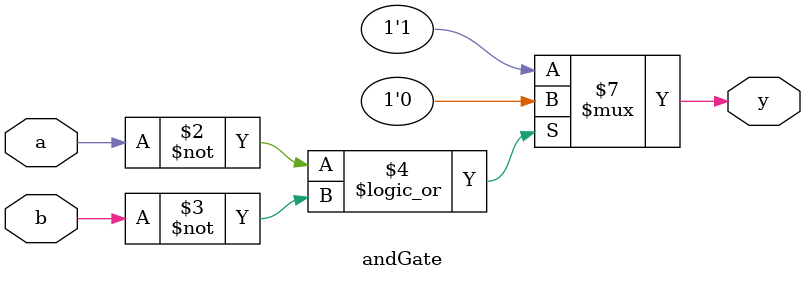
<source format=v>
module andGate(a,b,y);
	input a,b;
	output y;
	reg y;
	
	initial
		begin
			//This is the initial block
			//this block will be executed only 
		end

	always @(a or b )
		begin
			//This always block will be executed when inputs are changed
			if (a == 1'b0 || b == 1'b0)
			begin
				y=1'b0;
			end
			else
			begin
				y=1'b1;
			end
		end
endmodule
//End of the definition of the AND function

</source>
